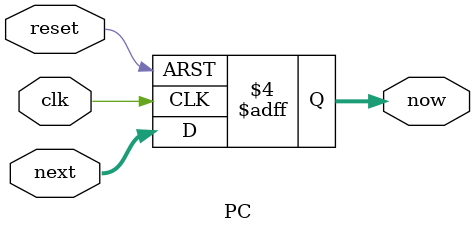
<source format=v>
`timescale 1ns / 1ps

module PC(
    input clk,
    input reset,
    input [31:0] next,
    output reg [31:0] now
    );
    
    initial begin
        now = 0;
    end
   
    always @ (posedge clk or negedge reset)
    begin
        if(reset == 0) now = 0;
        else now = next;
    end
        
endmodule

</source>
